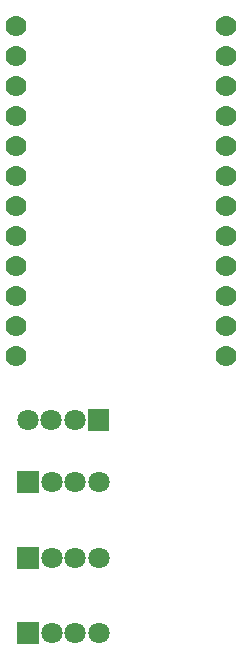
<source format=gbs>
G04 Layer: BottomSolderMaskLayer*
G04 EasyEDA v6.4.5, 2020-09-09T10:55:23+00:00*
G04 8b858644916349d4974128f92eca4aae,b97ca10cbf7f413284ca0e80e24dcd20,10*
G04 Gerber Generator version 0.2*
G04 Scale: 100 percent, Rotated: No, Reflected: No *
G04 Dimensions in inches *
G04 leading zeros omitted , absolute positions ,2 integer and 4 decimal *
%FSLAX24Y24*%
%MOIN*%
G90*
G70D02*

%ADD17C,0.070008*%
%ADD18C,0.070992*%

%LPD*%
G54D17*
G01X907Y21670D03*
G01X907Y20670D03*
G01X907Y19670D03*
G01X907Y18670D03*
G01X907Y17670D03*
G01X907Y16670D03*
G01X907Y15670D03*
G01X907Y14670D03*
G01X907Y13670D03*
G01X907Y12670D03*
G01X907Y11670D03*
G01X907Y10670D03*
G01X7907Y10670D03*
G01X7907Y11670D03*
G01X7907Y12670D03*
G01X7907Y13670D03*
G01X7907Y14670D03*
G01X7907Y15670D03*
G01X7907Y16670D03*
G01X7907Y17670D03*
G01X7907Y18670D03*
G01X7907Y19670D03*
G01X7907Y20670D03*
G01X7907Y21670D03*
G54D18*
G01X2075Y8559D03*
G01X2861Y8559D03*
G36*
G01X3294Y8188D02*
G01X3294Y8928D01*
G01X4005Y8928D01*
G01X4005Y8188D01*
G01X3294Y8188D01*
G37*
G01X1286Y8559D03*
G01X2875Y6490D03*
G01X2088Y6490D03*
G36*
G01X944Y6121D02*
G01X944Y6861D01*
G01X1655Y6861D01*
G01X1655Y6121D01*
G01X944Y6121D01*
G37*
G01X3663Y6490D03*
G01X2875Y3940D03*
G01X2088Y3940D03*
G36*
G01X944Y3571D02*
G01X944Y4311D01*
G01X1655Y4311D01*
G01X1655Y3571D01*
G01X944Y3571D01*
G37*
G01X3663Y3940D03*
G01X2875Y1440D03*
G01X2088Y1440D03*
G36*
G01X944Y1071D02*
G01X944Y1811D01*
G01X1655Y1811D01*
G01X1655Y1071D01*
G01X944Y1071D01*
G37*
G01X3663Y1440D03*
M00*
M02*

</source>
